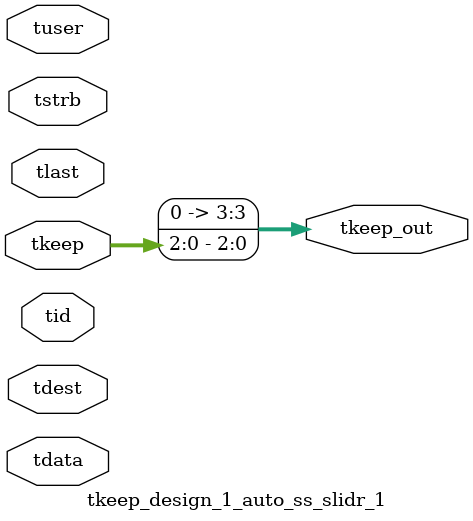
<source format=v>


`timescale 1ps/1ps

module tkeep_design_1_auto_ss_slidr_1 #
(
parameter C_S_AXIS_TDATA_WIDTH = 32,
parameter C_S_AXIS_TUSER_WIDTH = 0,
parameter C_S_AXIS_TID_WIDTH   = 0,
parameter C_S_AXIS_TDEST_WIDTH = 0,
parameter C_M_AXIS_TDATA_WIDTH = 32
)
(
input  [(C_S_AXIS_TDATA_WIDTH == 0 ? 1 : C_S_AXIS_TDATA_WIDTH)-1:0     ] tdata,
input  [(C_S_AXIS_TUSER_WIDTH == 0 ? 1 : C_S_AXIS_TUSER_WIDTH)-1:0     ] tuser,
input  [(C_S_AXIS_TID_WIDTH   == 0 ? 1 : C_S_AXIS_TID_WIDTH)-1:0       ] tid,
input  [(C_S_AXIS_TDEST_WIDTH == 0 ? 1 : C_S_AXIS_TDEST_WIDTH)-1:0     ] tdest,
input  [(C_S_AXIS_TDATA_WIDTH/8)-1:0 ] tkeep,
input  [(C_S_AXIS_TDATA_WIDTH/8)-1:0 ] tstrb,
input                                                                    tlast,
output [(C_M_AXIS_TDATA_WIDTH/8)-1:0 ] tkeep_out
);

assign tkeep_out = {tkeep[2:0]};

endmodule


</source>
